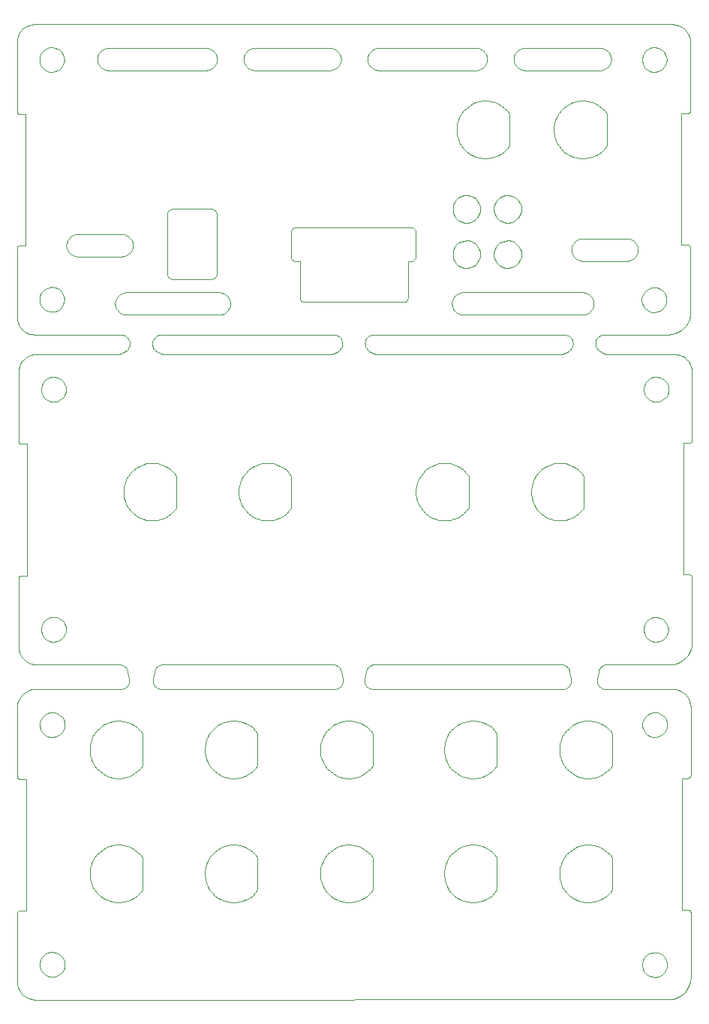
<source format=gko>
%MOIN*%
%OFA0B0*%
%FSLAX44Y44*%
%IPPOS*%
%LPD*%
%ADD10C,0*%
D10*
X00025126Y00030402D02*
X00025126Y00030402D01*
X00019811Y00030402D01*
X00019702Y00030415D01*
X00019598Y00030451D01*
X00019504Y00030510D01*
X00019426Y00030588D01*
X00019368Y00030681D01*
X00019331Y00030785D01*
X00019319Y00030895D01*
X00019331Y00031004D01*
X00019368Y00031108D01*
X00019426Y00031201D01*
X00019504Y00031279D01*
X00019598Y00031338D01*
X00019702Y00031374D01*
X00019811Y00031387D01*
X00025126Y00031387D01*
X00025236Y00031374D01*
X00025340Y00031338D01*
X00025433Y00031279D01*
X00025511Y00031201D01*
X00025569Y00031108D01*
X00025606Y00031004D01*
X00025618Y00030895D01*
X00025606Y00030785D01*
X00025569Y00030681D01*
X00025511Y00030588D01*
X00025433Y00030510D01*
X00025340Y00030451D01*
X00025236Y00030415D01*
X00025126Y00030402D01*
X00008984Y00030402D02*
X00008984Y00030402D01*
X00004850Y00030402D01*
X00004741Y00030415D01*
X00004637Y00030451D01*
X00004544Y00030510D01*
X00004466Y00030588D01*
X00004407Y00030681D01*
X00004371Y00030785D01*
X00004358Y00030895D01*
X00004371Y00031004D01*
X00004407Y00031108D01*
X00004466Y00031201D01*
X00004544Y00031279D01*
X00004637Y00031338D01*
X00004741Y00031374D01*
X00004850Y00031387D01*
X00008984Y00031387D01*
X00009094Y00031374D01*
X00009198Y00031338D01*
X00009291Y00031279D01*
X00009369Y00031201D01*
X00009428Y00031108D01*
X00009464Y00031004D01*
X00009476Y00030895D01*
X00009464Y00030785D01*
X00009428Y00030681D01*
X00009369Y00030588D01*
X00009291Y00030510D01*
X00009198Y00030451D01*
X00009094Y00030415D01*
X00008984Y00030402D01*
X00028339Y00030511D02*
X00028339Y00030511D01*
X00028220Y00030518D01*
X00028105Y00030550D01*
X00028000Y00030605D01*
X00027909Y00030683D01*
X00027837Y00030777D01*
X00027787Y00030886D01*
X00027761Y00031002D01*
X00027761Y00031121D01*
X00027787Y00031238D01*
X00027837Y00031346D01*
X00027909Y00031441D01*
X00028000Y00031518D01*
X00028105Y00031574D01*
X00028220Y00031606D01*
X00028339Y00031612D01*
X00028456Y00031593D01*
X00028567Y00031549D01*
X00028666Y00031482D01*
X00028748Y00031395D01*
X00028809Y00031293D01*
X00028847Y00031180D01*
X00028860Y00031062D01*
X00028847Y00030943D01*
X00028809Y00030830D01*
X00028748Y00030728D01*
X00028666Y00030642D01*
X00028567Y00030575D01*
X00028456Y00030531D01*
X00028339Y00030511D01*
X00001577Y00030521D02*
X00001577Y00030521D01*
X00001458Y00030527D01*
X00001343Y00030559D01*
X00001238Y00030615D01*
X00001147Y00030692D01*
X00001075Y00030787D01*
X00001025Y00030895D01*
X00000999Y00031011D01*
X00000999Y00031131D01*
X00001025Y00031247D01*
X00001075Y00031355D01*
X00001147Y00031450D01*
X00001238Y00031527D01*
X00001343Y00031583D01*
X00001458Y00031615D01*
X00001577Y00031621D01*
X00001694Y00031602D01*
X00001805Y00031558D01*
X00001904Y00031491D01*
X00001986Y00031405D01*
X00002047Y00031302D01*
X00002085Y00031189D01*
X00002098Y00031071D01*
X00002085Y00030953D01*
X00002047Y00030840D01*
X00001986Y00030737D01*
X00001904Y00030651D01*
X00001805Y00030584D01*
X00001694Y00030540D01*
X00001577Y00030521D01*
X00021832Y00032473D02*
X00021832Y00032473D01*
X00021700Y00032480D01*
X00021573Y00032515D01*
X00021456Y00032577D01*
X00021356Y00032662D01*
X00021276Y00032768D01*
X00021221Y00032887D01*
X00021192Y00033016D01*
X00021192Y00033148D01*
X00021221Y00033277D01*
X00021276Y00033397D01*
X00021356Y00033502D01*
X00021456Y00033587D01*
X00021573Y00033649D01*
X00021700Y00033684D01*
X00021832Y00033691D01*
X00021962Y00033670D01*
X00022085Y00033621D01*
X00022194Y00033547D01*
X00022285Y00033451D01*
X00022353Y00033338D01*
X00022395Y00033213D01*
X00022409Y00033082D01*
X00022395Y00032951D01*
X00022353Y00032826D01*
X00022285Y00032713D01*
X00022194Y00032617D01*
X00022085Y00032543D01*
X00021962Y00032494D01*
X00021832Y00032473D01*
X00020002Y00032473D02*
X00020002Y00032473D01*
X00019870Y00032480D01*
X00019743Y00032515D01*
X00019626Y00032577D01*
X00019525Y00032662D01*
X00019446Y00032768D01*
X00019390Y00032887D01*
X00019362Y00033016D01*
X00019362Y00033148D01*
X00019390Y00033277D01*
X00019446Y00033397D01*
X00019525Y00033502D01*
X00019626Y00033587D01*
X00019743Y00033649D01*
X00019870Y00033684D01*
X00020002Y00033691D01*
X00020132Y00033670D01*
X00020254Y00033621D01*
X00020364Y00033547D01*
X00020454Y00033451D01*
X00020522Y00033338D01*
X00020564Y00033213D01*
X00020579Y00033082D01*
X00020564Y00032951D01*
X00020522Y00032826D01*
X00020454Y00032713D01*
X00020364Y00032617D01*
X00020254Y00032543D01*
X00020132Y00032494D01*
X00020002Y00032473D01*
X00027094Y00032784D02*
X00027094Y00032784D01*
X00025126Y00032784D01*
X00025016Y00032797D01*
X00024912Y00032833D01*
X00024819Y00032892D01*
X00024741Y00032970D01*
X00024683Y00033063D01*
X00024646Y00033167D01*
X00024634Y00033276D01*
X00024646Y00033386D01*
X00024683Y00033490D01*
X00024741Y00033583D01*
X00024819Y00033661D01*
X00024912Y00033720D01*
X00025016Y00033756D01*
X00025126Y00033769D01*
X00027094Y00033769D01*
X00027204Y00033756D01*
X00027308Y00033720D01*
X00027401Y00033661D01*
X00027479Y00033583D01*
X00027538Y00033490D01*
X00027574Y00033386D01*
X00027587Y00033276D01*
X00027574Y00033167D01*
X00027538Y00033063D01*
X00027479Y00032970D01*
X00027401Y00032892D01*
X00027308Y00032833D01*
X00027204Y00032797D01*
X00027094Y00032784D01*
X00004654Y00032981D02*
X00004654Y00032981D01*
X00002685Y00032981D01*
X00002576Y00032994D01*
X00002472Y00033030D01*
X00002378Y00033089D01*
X00002300Y00033166D01*
X00002242Y00033260D01*
X00002205Y00033364D01*
X00002193Y00033473D01*
X00002205Y00033583D01*
X00002242Y00033687D01*
X00002300Y00033780D01*
X00002378Y00033858D01*
X00002472Y00033917D01*
X00002576Y00033953D01*
X00002685Y00033965D01*
X00004654Y00033965D01*
X00004763Y00033953D01*
X00004867Y00033917D01*
X00004960Y00033858D01*
X00005038Y00033780D01*
X00005097Y00033687D01*
X00005133Y00033583D01*
X00005146Y00033473D01*
X00005133Y00033364D01*
X00005097Y00033260D01*
X00005038Y00033166D01*
X00004960Y00033089D01*
X00004867Y00033030D01*
X00004763Y00032994D01*
X00004654Y00032981D01*
X00012764Y00030956D02*
X00012764Y00030956D01*
X00012733Y00030959D01*
X00012703Y00030966D01*
X00012674Y00030978D01*
X00012648Y00030994D01*
X00012625Y00031014D01*
X00012604Y00031037D01*
X00012588Y00031064D01*
X00012577Y00031092D01*
X00012569Y00031122D01*
X00012567Y00031153D01*
X00012567Y00032775D01*
X00012370Y00032775D01*
X00012339Y00032777D01*
X00012309Y00032785D01*
X00012281Y00032796D01*
X00012254Y00032813D01*
X00012231Y00032833D01*
X00012211Y00032856D01*
X00012195Y00032883D01*
X00012183Y00032911D01*
X00012176Y00032941D01*
X00012173Y00032972D01*
X00012173Y00034066D01*
X00012176Y00034097D01*
X00012183Y00034127D01*
X00012195Y00034156D01*
X00012211Y00034182D01*
X00012231Y00034206D01*
X00012254Y00034226D01*
X00012281Y00034242D01*
X00012309Y00034254D01*
X00012339Y00034261D01*
X00012370Y00034263D01*
X00017508Y00034263D01*
X00017539Y00034261D01*
X00017569Y00034254D01*
X00017597Y00034242D01*
X00017624Y00034226D01*
X00017647Y00034206D01*
X00017667Y00034182D01*
X00017683Y00034156D01*
X00017695Y00034127D01*
X00017702Y00034097D01*
X00017705Y00034066D01*
X00017705Y00032972D01*
X00017702Y00032941D01*
X00017695Y00032911D01*
X00017683Y00032883D01*
X00017667Y00032856D01*
X00017647Y00032833D01*
X00017624Y00032813D01*
X00017597Y00032796D01*
X00017569Y00032785D01*
X00017539Y00032777D01*
X00017508Y00032775D01*
X00017370Y00032775D01*
X00017370Y00031153D01*
X00017368Y00031122D01*
X00017360Y00031092D01*
X00017349Y00031064D01*
X00017332Y00031037D01*
X00017312Y00031014D01*
X00017289Y00030994D01*
X00017263Y00030978D01*
X00017234Y00030966D01*
X00017204Y00030959D01*
X00017173Y00030956D01*
X00012764Y00030956D01*
X00008630Y00031980D02*
X00008630Y00031980D01*
X00006917Y00031980D01*
X00006880Y00031983D01*
X00006844Y00031991D01*
X00006810Y00032006D01*
X00006778Y00032025D01*
X00006750Y00032049D01*
X00006726Y00032077D01*
X00006707Y00032109D01*
X00006693Y00032143D01*
X00006684Y00032179D01*
X00006681Y00032216D01*
X00006681Y00034854D01*
X00006684Y00034891D01*
X00006692Y00034927D01*
X00006706Y00034961D01*
X00006726Y00034993D01*
X00006750Y00035021D01*
X00006778Y00035045D01*
X00006810Y00035065D01*
X00006844Y00035079D01*
X00006880Y00035088D01*
X00006917Y00035090D01*
X00008630Y00035090D01*
X00008670Y00035087D01*
X00008706Y00035078D01*
X00008739Y00035063D01*
X00008770Y00035044D01*
X00008798Y00035020D01*
X00008822Y00034992D01*
X00008841Y00034960D01*
X00008855Y00034926D01*
X00008863Y00034890D01*
X00008866Y00034854D01*
X00008866Y00032216D01*
X00008863Y00032179D01*
X00008854Y00032143D01*
X00008840Y00032109D01*
X00008821Y00032077D01*
X00008797Y00032049D01*
X00008768Y00032025D01*
X00008737Y00032006D01*
X00008703Y00031992D01*
X00008667Y00031983D01*
X00008630Y00031980D01*
X00008630Y00031980D01*
X00021832Y00034478D02*
X00021832Y00034478D01*
X00021700Y00034485D01*
X00021573Y00034521D01*
X00021457Y00034582D01*
X00021356Y00034668D01*
X00021276Y00034773D01*
X00021221Y00034893D01*
X00021193Y00035022D01*
X00021193Y00035153D01*
X00021221Y00035282D01*
X00021276Y00035402D01*
X00021356Y00035507D01*
X00021457Y00035593D01*
X00021573Y00035654D01*
X00021700Y00035690D01*
X00021832Y00035697D01*
X00021962Y00035675D01*
X00022085Y00035627D01*
X00022194Y00035553D01*
X00022285Y00035457D01*
X00022353Y00035344D01*
X00022395Y00035219D01*
X00022409Y00035087D01*
X00022395Y00034956D01*
X00022353Y00034831D01*
X00022285Y00034718D01*
X00022194Y00034622D01*
X00022085Y00034548D01*
X00021962Y00034499D01*
X00021832Y00034478D01*
X00020002Y00034478D02*
X00020002Y00034478D01*
X00019870Y00034485D01*
X00019743Y00034521D01*
X00019626Y00034582D01*
X00019525Y00034668D01*
X00019446Y00034773D01*
X00019390Y00034893D01*
X00019362Y00035022D01*
X00019362Y00035153D01*
X00019390Y00035282D01*
X00019446Y00035402D01*
X00019525Y00035507D01*
X00019626Y00035593D01*
X00019743Y00035654D01*
X00019870Y00035690D01*
X00020002Y00035697D01*
X00020132Y00035675D01*
X00020254Y00035627D01*
X00020364Y00035553D01*
X00020454Y00035457D01*
X00020522Y00035344D01*
X00020564Y00035219D01*
X00020579Y00035087D01*
X00020564Y00034956D01*
X00020522Y00034831D01*
X00020454Y00034718D01*
X00020364Y00034622D01*
X00020254Y00034548D01*
X00020132Y00034499D01*
X00020002Y00034478D01*
X00025220Y00037337D02*
X00025220Y00037337D01*
X00025052Y00037337D01*
X00024887Y00037359D01*
X00024725Y00037402D01*
X00024571Y00037466D01*
X00024426Y00037550D01*
X00024293Y00037652D01*
X00024175Y00037770D01*
X00024073Y00037903D01*
X00023989Y00038048D01*
X00023925Y00038203D01*
X00023882Y00038364D01*
X00023860Y00038530D01*
X00023860Y00038697D01*
X00023882Y00038863D01*
X00023925Y00039025D01*
X00023989Y00039179D01*
X00024073Y00039324D01*
X00024175Y00039457D01*
X00024293Y00039575D01*
X00024426Y00039677D01*
X00024571Y00039761D01*
X00024725Y00039825D01*
X00024887Y00039869D01*
X00025052Y00039891D01*
X00025220Y00039891D01*
X00025386Y00039869D01*
X00025547Y00039826D01*
X00025702Y00039762D01*
X00025847Y00039679D01*
X00025980Y00039577D01*
X00026098Y00039459D01*
X00026200Y00039326D01*
X00026200Y00037901D01*
X00026098Y00037769D01*
X00025980Y00037650D01*
X00025847Y00037549D01*
X00025702Y00037465D01*
X00025547Y00037401D01*
X00025386Y00037358D01*
X00025220Y00037337D01*
X00020889Y00037337D02*
X00020889Y00037337D01*
X00020722Y00037337D01*
X00020556Y00037359D01*
X00020394Y00037402D01*
X00020240Y00037466D01*
X00020095Y00037550D01*
X00019962Y00037652D01*
X00019844Y00037770D01*
X00019742Y00037903D01*
X00019659Y00038048D01*
X00019595Y00038203D01*
X00019551Y00038364D01*
X00019530Y00038530D01*
X00019530Y00038697D01*
X00019551Y00038863D01*
X00019595Y00039025D01*
X00019659Y00039179D01*
X00019742Y00039324D01*
X00019844Y00039457D01*
X00019962Y00039575D01*
X00020095Y00039677D01*
X00020240Y00039761D01*
X00020394Y00039825D01*
X00020556Y00039869D01*
X00020722Y00039891D01*
X00020889Y00039891D01*
X00021055Y00039869D01*
X00021217Y00039826D01*
X00021371Y00039762D01*
X00021516Y00039679D01*
X00021649Y00039577D01*
X00021768Y00039459D01*
X00021870Y00039326D01*
X00021870Y00037901D01*
X00021768Y00037769D01*
X00021649Y00037650D01*
X00021516Y00037549D01*
X00021371Y00037465D01*
X00021217Y00037401D01*
X00021055Y00037358D01*
X00020889Y00037337D01*
X00013906Y00041249D02*
X00013906Y00041249D01*
X00010559Y00041249D01*
X00010450Y00041261D01*
X00010346Y00041298D01*
X00010252Y00041356D01*
X00010174Y00041434D01*
X00010116Y00041528D01*
X00010079Y00041632D01*
X00010067Y00041741D01*
X00010079Y00041851D01*
X00010116Y00041955D01*
X00010174Y00042048D01*
X00010252Y00042126D01*
X00010346Y00042184D01*
X00010450Y00042221D01*
X00010559Y00042233D01*
X00013906Y00042233D01*
X00014015Y00042221D01*
X00014119Y00042184D01*
X00014212Y00042126D01*
X00014290Y00042048D01*
X00014349Y00041955D01*
X00014385Y00041851D01*
X00014398Y00041741D01*
X00014385Y00041632D01*
X00014349Y00041528D01*
X00014290Y00041434D01*
X00014212Y00041356D01*
X00014119Y00041298D01*
X00014015Y00041261D01*
X00013906Y00041249D01*
X00008394Y00041249D02*
X00008394Y00041249D01*
X00004063Y00041249D01*
X00003953Y00041261D01*
X00003849Y00041298D01*
X00003756Y00041356D01*
X00003678Y00041434D01*
X00003620Y00041528D01*
X00003583Y00041632D01*
X00003571Y00041741D01*
X00003583Y00041851D01*
X00003620Y00041955D01*
X00003678Y00042048D01*
X00003756Y00042126D01*
X00003849Y00042184D01*
X00003953Y00042221D01*
X00004063Y00042233D01*
X00008394Y00042233D01*
X00008503Y00042221D01*
X00008607Y00042184D01*
X00008701Y00042126D01*
X00008778Y00042048D01*
X00008837Y00041955D01*
X00008873Y00041851D01*
X00008886Y00041741D01*
X00008873Y00041632D01*
X00008837Y00041528D01*
X00008778Y00041434D01*
X00008701Y00041356D01*
X00008607Y00041298D01*
X00008503Y00041261D01*
X00008394Y00041249D01*
X00020402Y00041249D02*
X00020402Y00041249D01*
X00016071Y00041249D01*
X00015961Y00041261D01*
X00015857Y00041298D01*
X00015764Y00041356D01*
X00015686Y00041434D01*
X00015627Y00041528D01*
X00015591Y00041632D01*
X00015579Y00041741D01*
X00015591Y00041851D01*
X00015627Y00041955D01*
X00015686Y00042048D01*
X00015764Y00042126D01*
X00015857Y00042184D01*
X00015961Y00042221D01*
X00016071Y00042233D01*
X00020402Y00042233D01*
X00020511Y00042221D01*
X00020615Y00042184D01*
X00020708Y00042126D01*
X00020786Y00042048D01*
X00020845Y00041955D01*
X00020881Y00041851D01*
X00020894Y00041741D01*
X00020881Y00041632D01*
X00020845Y00041528D01*
X00020786Y00041434D01*
X00020708Y00041356D01*
X00020615Y00041298D01*
X00020511Y00041261D01*
X00020402Y00041249D01*
X00025913Y00041249D02*
X00025913Y00041249D01*
X00022567Y00041249D01*
X00022457Y00041261D01*
X00022353Y00041298D01*
X00022260Y00041356D01*
X00022182Y00041434D01*
X00022124Y00041528D01*
X00022087Y00041632D01*
X00022075Y00041741D01*
X00022087Y00041851D01*
X00022124Y00041955D01*
X00022182Y00042048D01*
X00022260Y00042126D01*
X00022353Y00042184D01*
X00022457Y00042221D01*
X00022567Y00042233D01*
X00025913Y00042233D01*
X00026023Y00042221D01*
X00026127Y00042184D01*
X00026220Y00042126D01*
X00026298Y00042048D01*
X00026357Y00041955D01*
X00026393Y00041851D01*
X00026406Y00041741D01*
X00026393Y00041632D01*
X00026357Y00041528D01*
X00026298Y00041434D01*
X00026220Y00041356D01*
X00026127Y00041298D01*
X00026023Y00041261D01*
X00025913Y00041249D01*
X00028348Y00041170D02*
X00028348Y00041170D01*
X00028229Y00041177D01*
X00028115Y00041209D01*
X00028009Y00041264D01*
X00027918Y00041342D01*
X00027846Y00041436D01*
X00027796Y00041545D01*
X00027771Y00041661D01*
X00027771Y00041780D01*
X00027796Y00041897D01*
X00027846Y00042005D01*
X00027918Y00042100D01*
X00028009Y00042177D01*
X00028115Y00042233D01*
X00028229Y00042265D01*
X00028348Y00042271D01*
X00028466Y00042252D01*
X00028577Y00042208D01*
X00028675Y00042141D01*
X00028757Y00042054D01*
X00028819Y00041952D01*
X00028857Y00041839D01*
X00028870Y00041721D01*
X00028857Y00041602D01*
X00028819Y00041489D01*
X00028757Y00041387D01*
X00028675Y00041301D01*
X00028577Y00041234D01*
X00028466Y00041190D01*
X00028348Y00041170D01*
X00001577Y00041170D02*
X00001577Y00041170D01*
X00001458Y00041177D01*
X00001343Y00041209D01*
X00001238Y00041264D01*
X00001147Y00041342D01*
X00001075Y00041436D01*
X00001025Y00041545D01*
X00000999Y00041661D01*
X00000999Y00041780D01*
X00001025Y00041897D01*
X00001075Y00042005D01*
X00001147Y00042100D01*
X00001238Y00042177D01*
X00001343Y00042233D01*
X00001458Y00042265D01*
X00001577Y00042271D01*
X00001694Y00042252D01*
X00001805Y00042208D01*
X00001904Y00042141D01*
X00001986Y00042054D01*
X00002047Y00041952D01*
X00002085Y00041839D01*
X00002098Y00041721D01*
X00002085Y00041602D01*
X00002047Y00041489D01*
X00001986Y00041387D01*
X00001904Y00041301D01*
X00001805Y00041234D01*
X00001694Y00041190D01*
X00001577Y00041170D01*
X00028415Y00015866D02*
X00028415Y00015866D01*
X00028296Y00015873D01*
X00028181Y00015905D01*
X00028076Y00015961D01*
X00027985Y00016038D01*
X00027913Y00016133D01*
X00027863Y00016241D01*
X00027837Y00016357D01*
X00027837Y00016476D01*
X00027863Y00016593D01*
X00027913Y00016701D01*
X00027985Y00016796D01*
X00028076Y00016873D01*
X00028181Y00016929D01*
X00028296Y00016961D01*
X00028415Y00016967D01*
X00028533Y00016948D01*
X00028644Y00016904D01*
X00028742Y00016837D01*
X00028824Y00016750D01*
X00028886Y00016648D01*
X00028924Y00016535D01*
X00028937Y00016417D01*
X00028924Y00016298D01*
X00028886Y00016185D01*
X00028824Y00016083D01*
X00028742Y00015997D01*
X00028644Y00015930D01*
X00028533Y00015886D01*
X00028415Y00015866D01*
X00001653Y00015876D02*
X00001653Y00015876D01*
X00001534Y00015883D01*
X00001419Y00015915D01*
X00001314Y00015970D01*
X00001223Y00016048D01*
X00001151Y00016143D01*
X00001101Y00016251D01*
X00001076Y00016367D01*
X00001076Y00016486D01*
X00001101Y00016603D01*
X00001151Y00016711D01*
X00001223Y00016806D01*
X00001314Y00016883D01*
X00001419Y00016939D01*
X00001534Y00016971D01*
X00001653Y00016977D01*
X00001771Y00016958D01*
X00001882Y00016914D01*
X00001980Y00016847D01*
X00002062Y00016760D01*
X00002124Y00016658D01*
X00002162Y00016545D01*
X00002175Y00016427D01*
X00002162Y00016308D01*
X00002124Y00016195D01*
X00002062Y00016093D01*
X00001980Y00016007D01*
X00001882Y00015940D01*
X00001771Y00015896D01*
X00001653Y00015876D01*
X00019082Y00021254D02*
X00019082Y00021254D01*
X00018915Y00021254D01*
X00018749Y00021276D01*
X00018587Y00021319D01*
X00018433Y00021384D01*
X00018288Y00021467D01*
X00018155Y00021569D01*
X00018037Y00021688D01*
X00017935Y00021820D01*
X00017852Y00021965D01*
X00017788Y00022120D01*
X00017744Y00022281D01*
X00017722Y00022447D01*
X00017722Y00022615D01*
X00017744Y00022781D01*
X00017788Y00022942D01*
X00017852Y00023097D01*
X00017935Y00023242D01*
X00018037Y00023374D01*
X00018155Y00023493D01*
X00018288Y00023595D01*
X00018433Y00023678D01*
X00018587Y00023743D01*
X00018749Y00023786D01*
X00018915Y00023808D01*
X00019082Y00023808D01*
X00019248Y00023786D01*
X00019409Y00023743D01*
X00019564Y00023679D01*
X00019709Y00023596D01*
X00019842Y00023494D01*
X00019960Y00023376D01*
X00020062Y00023244D01*
X00020062Y00021818D01*
X00019960Y00021686D01*
X00019842Y00021568D01*
X00019709Y00021466D01*
X00019564Y00021383D01*
X00019409Y00021319D01*
X00019248Y00021276D01*
X00019082Y00021254D01*
X00024200Y00021254D02*
X00024200Y00021254D01*
X00024033Y00021254D01*
X00023867Y00021276D01*
X00023705Y00021319D01*
X00023551Y00021384D01*
X00023406Y00021467D01*
X00023273Y00021569D01*
X00023155Y00021688D01*
X00023053Y00021820D01*
X00022970Y00021965D01*
X00022906Y00022120D01*
X00022862Y00022281D01*
X00022841Y00022447D01*
X00022841Y00022615D01*
X00022862Y00022781D01*
X00022906Y00022942D01*
X00022970Y00023097D01*
X00023053Y00023242D01*
X00023155Y00023374D01*
X00023273Y00023493D01*
X00023406Y00023595D01*
X00023551Y00023678D01*
X00023705Y00023743D01*
X00023867Y00023786D01*
X00024033Y00023808D01*
X00024200Y00023808D01*
X00024366Y00023786D01*
X00024528Y00023743D01*
X00024682Y00023679D01*
X00024827Y00023596D01*
X00024960Y00023494D01*
X00025079Y00023376D01*
X00025181Y00023244D01*
X00025181Y00021818D01*
X00025079Y00021686D01*
X00024960Y00021568D01*
X00024827Y00021466D01*
X00024682Y00021383D01*
X00024528Y00021319D01*
X00024366Y00021276D01*
X00024200Y00021254D01*
X00006090Y00021254D02*
X00006090Y00021254D01*
X00005923Y00021254D01*
X00005757Y00021276D01*
X00005595Y00021319D01*
X00005441Y00021384D01*
X00005296Y00021467D01*
X00005163Y00021569D01*
X00005045Y00021688D01*
X00004943Y00021820D01*
X00004859Y00021965D01*
X00004795Y00022120D01*
X00004752Y00022281D01*
X00004730Y00022447D01*
X00004730Y00022615D01*
X00004752Y00022781D01*
X00004795Y00022942D01*
X00004859Y00023097D01*
X00004943Y00023242D01*
X00005045Y00023374D01*
X00005163Y00023493D01*
X00005296Y00023595D01*
X00005441Y00023678D01*
X00005595Y00023743D01*
X00005757Y00023786D01*
X00005923Y00023808D01*
X00006090Y00023808D01*
X00006256Y00023786D01*
X00006417Y00023743D01*
X00006572Y00023679D01*
X00006717Y00023596D01*
X00006850Y00023494D01*
X00006968Y00023376D01*
X00007070Y00023244D01*
X00007070Y00021818D01*
X00006968Y00021686D01*
X00006850Y00021568D01*
X00006717Y00021466D01*
X00006572Y00021383D01*
X00006417Y00021319D01*
X00006256Y00021276D01*
X00006090Y00021254D01*
X00011208Y00021254D02*
X00011208Y00021254D01*
X00011041Y00021254D01*
X00010875Y00021276D01*
X00010713Y00021319D01*
X00010559Y00021384D01*
X00010414Y00021467D01*
X00010281Y00021569D01*
X00010163Y00021688D01*
X00010061Y00021820D01*
X00009978Y00021965D01*
X00009914Y00022120D01*
X00009870Y00022281D01*
X00009848Y00022447D01*
X00009848Y00022615D01*
X00009870Y00022781D01*
X00009914Y00022942D01*
X00009978Y00023097D01*
X00010061Y00023242D01*
X00010163Y00023374D01*
X00010281Y00023493D01*
X00010414Y00023595D01*
X00010559Y00023678D01*
X00010713Y00023743D01*
X00010875Y00023786D01*
X00011041Y00023808D01*
X00011208Y00023808D01*
X00011374Y00023786D01*
X00011535Y00023743D01*
X00011690Y00023679D01*
X00011835Y00023596D01*
X00011968Y00023494D01*
X00012086Y00023376D01*
X00012188Y00023244D01*
X00012188Y00021818D01*
X00012086Y00021686D01*
X00011968Y00021568D01*
X00011835Y00021466D01*
X00011690Y00021383D01*
X00011535Y00021319D01*
X00011374Y00021276D01*
X00011208Y00021254D01*
X00028425Y00026526D02*
X00028425Y00026526D01*
X00028306Y00026532D01*
X00028191Y00026564D01*
X00028086Y00026620D01*
X00027995Y00026697D01*
X00027923Y00026792D01*
X00027873Y00026900D01*
X00027847Y00027017D01*
X00027847Y00027136D01*
X00027873Y00027252D01*
X00027923Y00027360D01*
X00027995Y00027455D01*
X00028086Y00027532D01*
X00028191Y00027588D01*
X00028306Y00027620D01*
X00028425Y00027627D01*
X00028543Y00027607D01*
X00028653Y00027563D01*
X00028752Y00027496D01*
X00028834Y00027410D01*
X00028895Y00027308D01*
X00028933Y00027195D01*
X00028946Y00027076D01*
X00028933Y00026958D01*
X00028895Y00026845D01*
X00028834Y00026743D01*
X00028752Y00026656D01*
X00028653Y00026589D01*
X00028543Y00026545D01*
X00028425Y00026526D01*
X00001653Y00026526D02*
X00001653Y00026526D01*
X00001534Y00026532D01*
X00001419Y00026564D01*
X00001314Y00026620D01*
X00001223Y00026697D01*
X00001151Y00026792D01*
X00001101Y00026900D01*
X00001076Y00027017D01*
X00001076Y00027136D01*
X00001101Y00027252D01*
X00001151Y00027360D01*
X00001223Y00027455D01*
X00001314Y00027532D01*
X00001419Y00027588D01*
X00001534Y00027620D01*
X00001653Y00027627D01*
X00001771Y00027607D01*
X00001882Y00027563D01*
X00001980Y00027496D01*
X00002062Y00027410D01*
X00002124Y00027308D01*
X00002162Y00027195D01*
X00002175Y00027076D01*
X00002162Y00026958D01*
X00002124Y00026845D01*
X00002062Y00026743D01*
X00001980Y00026656D01*
X00001882Y00026589D01*
X00001771Y00026545D01*
X00001653Y00026526D01*
X00028356Y00000985D02*
X00028356Y00000985D01*
X00028237Y00000991D01*
X00028122Y00001023D01*
X00028017Y00001079D01*
X00027926Y00001156D01*
X00027854Y00001251D01*
X00027804Y00001359D01*
X00027778Y00001475D01*
X00027778Y00001595D01*
X00027804Y00001711D01*
X00027854Y00001819D01*
X00027926Y00001914D01*
X00028017Y00001991D01*
X00028122Y00002047D01*
X00028237Y00002079D01*
X00028356Y00002085D01*
X00028474Y00002066D01*
X00028584Y00002022D01*
X00028683Y00001955D01*
X00028765Y00001868D01*
X00028827Y00001766D01*
X00028865Y00001653D01*
X00028877Y00001535D01*
X00028865Y00001416D01*
X00028827Y00001303D01*
X00028765Y00001201D01*
X00028683Y00001115D01*
X00028584Y00001048D01*
X00028474Y00001004D01*
X00028356Y00000985D01*
X00001594Y00000994D02*
X00001594Y00000994D01*
X00001475Y00001001D01*
X00001360Y00001033D01*
X00001255Y00001089D01*
X00001164Y00001166D01*
X00001092Y00001261D01*
X00001042Y00001369D01*
X00001017Y00001485D01*
X00001017Y00001604D01*
X00001042Y00001721D01*
X00001092Y00001829D01*
X00001164Y00001924D01*
X00001255Y00002001D01*
X00001360Y00002057D01*
X00001475Y00002089D01*
X00001594Y00002095D01*
X00001712Y00002076D01*
X00001823Y00002032D01*
X00001921Y00001965D01*
X00002003Y00001878D01*
X00002065Y00001776D01*
X00002103Y00001663D01*
X00002116Y00001545D01*
X00002103Y00001426D01*
X00002065Y00001313D01*
X00002003Y00001211D01*
X00001921Y00001125D01*
X00001823Y00001058D01*
X00001712Y00001014D01*
X00001594Y00000994D01*
X00009708Y00004301D02*
X00009708Y00004301D01*
X00009541Y00004301D01*
X00009375Y00004323D01*
X00009213Y00004367D01*
X00009059Y00004431D01*
X00008914Y00004515D01*
X00008781Y00004617D01*
X00008663Y00004735D01*
X00008561Y00004868D01*
X00008478Y00005013D01*
X00008414Y00005167D01*
X00008370Y00005329D01*
X00008348Y00005495D01*
X00008348Y00005662D01*
X00008370Y00005828D01*
X00008414Y00005989D01*
X00008478Y00006144D01*
X00008561Y00006289D01*
X00008663Y00006422D01*
X00008781Y00006540D01*
X00008914Y00006642D01*
X00009059Y00006726D01*
X00009213Y00006790D01*
X00009375Y00006833D01*
X00009541Y00006855D01*
X00009708Y00006855D01*
X00009874Y00006834D01*
X00010035Y00006791D01*
X00010190Y00006727D01*
X00010335Y00006643D01*
X00010468Y00006542D01*
X00010586Y00006423D01*
X00010688Y00006291D01*
X00010688Y00004866D01*
X00010586Y00004733D01*
X00010468Y00004615D01*
X00010335Y00004513D01*
X00010190Y00004430D01*
X00010035Y00004366D01*
X00009874Y00004323D01*
X00009708Y00004301D01*
X00025456Y00004301D02*
X00025456Y00004301D01*
X00025289Y00004301D01*
X00025123Y00004323D01*
X00024961Y00004367D01*
X00024807Y00004431D01*
X00024662Y00004515D01*
X00024529Y00004617D01*
X00024411Y00004735D01*
X00024309Y00004868D01*
X00024226Y00005013D01*
X00024162Y00005167D01*
X00024118Y00005329D01*
X00024097Y00005495D01*
X00024097Y00005662D01*
X00024118Y00005828D01*
X00024162Y00005989D01*
X00024226Y00006144D01*
X00024309Y00006289D01*
X00024411Y00006422D01*
X00024529Y00006540D01*
X00024662Y00006642D01*
X00024807Y00006726D01*
X00024961Y00006790D01*
X00025123Y00006833D01*
X00025289Y00006855D01*
X00025456Y00006855D01*
X00025622Y00006834D01*
X00025784Y00006791D01*
X00025938Y00006727D01*
X00026083Y00006643D01*
X00026216Y00006542D01*
X00026334Y00006423D01*
X00026437Y00006291D01*
X00026437Y00004866D01*
X00026334Y00004733D01*
X00026216Y00004615D01*
X00026083Y00004513D01*
X00025938Y00004430D01*
X00025784Y00004366D01*
X00025622Y00004323D01*
X00025456Y00004301D01*
X00004590Y00004301D02*
X00004590Y00004301D01*
X00004423Y00004301D01*
X00004257Y00004323D01*
X00004095Y00004367D01*
X00003941Y00004431D01*
X00003796Y00004515D01*
X00003663Y00004617D01*
X00003545Y00004735D01*
X00003443Y00004868D01*
X00003359Y00005013D01*
X00003295Y00005167D01*
X00003252Y00005329D01*
X00003230Y00005495D01*
X00003230Y00005662D01*
X00003252Y00005828D01*
X00003295Y00005989D01*
X00003359Y00006144D01*
X00003443Y00006289D01*
X00003545Y00006422D01*
X00003663Y00006540D01*
X00003796Y00006642D01*
X00003941Y00006726D01*
X00004095Y00006790D01*
X00004257Y00006833D01*
X00004423Y00006855D01*
X00004590Y00006855D01*
X00004756Y00006834D01*
X00004917Y00006791D01*
X00005072Y00006727D01*
X00005217Y00006643D01*
X00005350Y00006542D01*
X00005468Y00006423D01*
X00005570Y00006291D01*
X00005570Y00006291D01*
X00005570Y00004866D01*
X00005570Y00004866D01*
X00005468Y00004733D01*
X00005350Y00004615D01*
X00005217Y00004513D01*
X00005072Y00004430D01*
X00004917Y00004366D01*
X00004756Y00004323D01*
X00004590Y00004301D01*
X00014826Y00004301D02*
X00014826Y00004301D01*
X00014659Y00004301D01*
X00014493Y00004323D01*
X00014331Y00004367D01*
X00014177Y00004431D01*
X00014032Y00004515D01*
X00013899Y00004617D01*
X00013781Y00004735D01*
X00013679Y00004868D01*
X00013596Y00005013D01*
X00013532Y00005167D01*
X00013488Y00005329D01*
X00013467Y00005495D01*
X00013467Y00005662D01*
X00013488Y00005828D01*
X00013532Y00005989D01*
X00013596Y00006144D01*
X00013679Y00006289D01*
X00013781Y00006422D01*
X00013899Y00006540D01*
X00014032Y00006642D01*
X00014177Y00006726D01*
X00014331Y00006790D01*
X00014493Y00006833D01*
X00014659Y00006855D01*
X00014826Y00006855D01*
X00014992Y00006834D01*
X00015154Y00006791D01*
X00015308Y00006727D01*
X00015453Y00006643D01*
X00015586Y00006542D01*
X00015705Y00006423D01*
X00015807Y00006291D01*
X00015807Y00006291D01*
X00015807Y00004866D01*
X00015705Y00004733D01*
X00015586Y00004615D01*
X00015453Y00004513D01*
X00015308Y00004430D01*
X00015154Y00004366D01*
X00014992Y00004323D01*
X00014826Y00004301D01*
X00020338Y00004301D02*
X00020338Y00004301D01*
X00020171Y00004301D01*
X00020005Y00004323D01*
X00019843Y00004367D01*
X00019689Y00004431D01*
X00019544Y00004515D01*
X00019411Y00004617D01*
X00019293Y00004735D01*
X00019191Y00004868D01*
X00019107Y00005013D01*
X00019043Y00005167D01*
X00019000Y00005329D01*
X00018978Y00005495D01*
X00018978Y00005662D01*
X00019000Y00005828D01*
X00019043Y00005989D01*
X00019107Y00006144D01*
X00019191Y00006289D01*
X00019293Y00006422D01*
X00019411Y00006540D01*
X00019544Y00006642D01*
X00019689Y00006726D01*
X00019843Y00006790D01*
X00020005Y00006833D01*
X00020171Y00006855D01*
X00020338Y00006855D01*
X00020504Y00006834D01*
X00020665Y00006791D01*
X00020820Y00006727D01*
X00020965Y00006643D01*
X00021098Y00006542D01*
X00021216Y00006423D01*
X00021318Y00006291D01*
X00021318Y00006291D01*
X00021318Y00004866D01*
X00021216Y00004733D01*
X00021098Y00004615D01*
X00020965Y00004513D01*
X00020820Y00004430D01*
X00020665Y00004366D01*
X00020504Y00004323D01*
X00020338Y00004301D01*
X00004590Y00009813D02*
X00004590Y00009813D01*
X00004423Y00009813D01*
X00004257Y00009835D01*
X00004095Y00009879D01*
X00003941Y00009943D01*
X00003796Y00010026D01*
X00003663Y00010128D01*
X00003545Y00010247D01*
X00003443Y00010379D01*
X00003359Y00010524D01*
X00003295Y00010679D01*
X00003252Y00010841D01*
X00003230Y00011006D01*
X00003230Y00011174D01*
X00003252Y00011340D01*
X00003295Y00011501D01*
X00003359Y00011656D01*
X00003443Y00011801D01*
X00003545Y00011933D01*
X00003663Y00012052D01*
X00003796Y00012154D01*
X00003941Y00012237D01*
X00004095Y00012302D01*
X00004257Y00012345D01*
X00004423Y00012367D01*
X00004590Y00012367D01*
X00004756Y00012345D01*
X00004917Y00012302D01*
X00005072Y00012239D01*
X00005217Y00012155D01*
X00005350Y00012053D01*
X00005468Y00011935D01*
X00005570Y00011803D01*
X00005570Y00010377D01*
X00005570Y00010377D01*
X00005468Y00010245D01*
X00005350Y00010127D01*
X00005217Y00010025D01*
X00005072Y00009942D01*
X00004917Y00009878D01*
X00004756Y00009835D01*
X00004590Y00009813D01*
X00009708Y00009813D02*
X00009708Y00009813D01*
X00009541Y00009813D01*
X00009375Y00009835D01*
X00009213Y00009879D01*
X00009059Y00009943D01*
X00008914Y00010026D01*
X00008781Y00010128D01*
X00008663Y00010247D01*
X00008561Y00010379D01*
X00008478Y00010524D01*
X00008414Y00010679D01*
X00008370Y00010841D01*
X00008348Y00011006D01*
X00008348Y00011174D01*
X00008370Y00011340D01*
X00008414Y00011501D01*
X00008478Y00011656D01*
X00008561Y00011801D01*
X00008663Y00011933D01*
X00008781Y00012052D01*
X00008914Y00012154D01*
X00009059Y00012237D01*
X00009213Y00012302D01*
X00009375Y00012345D01*
X00009541Y00012367D01*
X00009708Y00012367D01*
X00009874Y00012345D01*
X00010035Y00012302D01*
X00010190Y00012239D01*
X00010335Y00012155D01*
X00010468Y00012053D01*
X00010586Y00011935D01*
X00010688Y00011803D01*
X00010688Y00010377D01*
X00010586Y00010245D01*
X00010468Y00010127D01*
X00010335Y00010025D01*
X00010190Y00009942D01*
X00010035Y00009878D01*
X00009874Y00009835D01*
X00009708Y00009813D01*
X00014826Y00009813D02*
X00014826Y00009813D01*
X00014659Y00009813D01*
X00014493Y00009835D01*
X00014331Y00009879D01*
X00014177Y00009943D01*
X00014032Y00010026D01*
X00013899Y00010128D01*
X00013781Y00010247D01*
X00013679Y00010379D01*
X00013596Y00010524D01*
X00013532Y00010679D01*
X00013488Y00010841D01*
X00013467Y00011006D01*
X00013467Y00011174D01*
X00013488Y00011340D01*
X00013532Y00011501D01*
X00013596Y00011656D01*
X00013679Y00011801D01*
X00013781Y00011933D01*
X00013899Y00012052D01*
X00014032Y00012154D01*
X00014177Y00012237D01*
X00014331Y00012302D01*
X00014493Y00012345D01*
X00014659Y00012367D01*
X00014826Y00012367D01*
X00014992Y00012345D01*
X00015154Y00012302D01*
X00015308Y00012239D01*
X00015453Y00012155D01*
X00015586Y00012053D01*
X00015705Y00011935D01*
X00015807Y00011803D01*
X00015807Y00010377D01*
X00015705Y00010245D01*
X00015586Y00010127D01*
X00015453Y00010025D01*
X00015308Y00009942D01*
X00015154Y00009878D01*
X00014992Y00009835D01*
X00014826Y00009813D01*
X00020338Y00009813D02*
X00020338Y00009813D01*
X00020171Y00009813D01*
X00020005Y00009835D01*
X00019843Y00009879D01*
X00019689Y00009943D01*
X00019544Y00010026D01*
X00019411Y00010128D01*
X00019293Y00010247D01*
X00019191Y00010379D01*
X00019107Y00010524D01*
X00019043Y00010679D01*
X00019000Y00010841D01*
X00018978Y00011006D01*
X00018978Y00011174D01*
X00019000Y00011340D01*
X00019043Y00011501D01*
X00019107Y00011656D01*
X00019191Y00011801D01*
X00019293Y00011933D01*
X00019411Y00012052D01*
X00019544Y00012154D01*
X00019689Y00012237D01*
X00019843Y00012302D01*
X00020005Y00012345D01*
X00020171Y00012367D01*
X00020338Y00012367D01*
X00020504Y00012345D01*
X00020665Y00012302D01*
X00020820Y00012239D01*
X00020965Y00012155D01*
X00021098Y00012053D01*
X00021216Y00011935D01*
X00021318Y00011803D01*
X00021318Y00010377D01*
X00021216Y00010245D01*
X00021098Y00010127D01*
X00020965Y00010025D01*
X00020820Y00009942D01*
X00020665Y00009878D01*
X00020504Y00009835D01*
X00020338Y00009813D01*
X00025456Y00009813D02*
X00025456Y00009813D01*
X00025289Y00009813D01*
X00025123Y00009835D01*
X00024961Y00009879D01*
X00024807Y00009943D01*
X00024662Y00010026D01*
X00024529Y00010128D01*
X00024411Y00010247D01*
X00024309Y00010379D01*
X00024226Y00010524D01*
X00024162Y00010679D01*
X00024118Y00010841D01*
X00024097Y00011006D01*
X00024097Y00011174D01*
X00024118Y00011340D01*
X00024162Y00011501D01*
X00024226Y00011656D01*
X00024309Y00011801D01*
X00024411Y00011933D01*
X00024529Y00012052D01*
X00024662Y00012154D01*
X00024807Y00012237D01*
X00024961Y00012302D01*
X00025123Y00012345D01*
X00025289Y00012367D01*
X00025456Y00012367D01*
X00025622Y00012345D01*
X00025784Y00012302D01*
X00025938Y00012239D01*
X00026083Y00012155D01*
X00026216Y00012053D01*
X00026334Y00011935D01*
X00026437Y00011803D01*
X00026437Y00010377D01*
X00026334Y00010245D01*
X00026216Y00010127D01*
X00026083Y00010025D01*
X00025938Y00009942D01*
X00025784Y00009878D01*
X00025622Y00009835D01*
X00025456Y00009813D01*
X00028366Y00011644D02*
X00028366Y00011644D01*
X00028247Y00011650D01*
X00028132Y00011682D01*
X00028027Y00011738D01*
X00027936Y00011815D01*
X00027864Y00011910D01*
X00027814Y00012018D01*
X00027788Y00012135D01*
X00027788Y00012254D01*
X00027814Y00012370D01*
X00027864Y00012479D01*
X00027936Y00012573D01*
X00028027Y00012651D01*
X00028132Y00012706D01*
X00028247Y00012738D01*
X00028366Y00012745D01*
X00028484Y00012725D01*
X00028594Y00012681D01*
X00028693Y00012614D01*
X00028775Y00012528D01*
X00028836Y00012426D01*
X00028874Y00012313D01*
X00028887Y00012194D01*
X00028874Y00012076D01*
X00028836Y00011963D01*
X00028775Y00011861D01*
X00028693Y00011774D01*
X00028594Y00011707D01*
X00028484Y00011663D01*
X00028366Y00011644D01*
X00001594Y00011644D02*
X00001594Y00011644D01*
X00001475Y00011650D01*
X00001360Y00011682D01*
X00001255Y00011738D01*
X00001164Y00011815D01*
X00001092Y00011910D01*
X00001042Y00012018D01*
X00001017Y00012135D01*
X00001017Y00012254D01*
X00001042Y00012370D01*
X00001092Y00012479D01*
X00001164Y00012573D01*
X00001255Y00012651D01*
X00001360Y00012706D01*
X00001475Y00012738D01*
X00001594Y00012745D01*
X00001712Y00012725D01*
X00001823Y00012681D01*
X00001921Y00012614D01*
X00002003Y00012528D01*
X00002065Y00012426D01*
X00002103Y00012313D01*
X00002116Y00012194D01*
X00002103Y00012076D01*
X00002065Y00011963D01*
X00002003Y00011861D01*
X00001921Y00011774D01*
X00001823Y00011707D01*
X00001712Y00011663D01*
X00001594Y00011644D01*
X00014087Y00013763D02*
X00014087Y00013763D01*
X00006432Y00013763D01*
X00006397Y00013765D01*
X00006363Y00013769D01*
X00006329Y00013777D01*
X00006296Y00013788D01*
X00006263Y00013801D01*
X00006233Y00013817D01*
X00006203Y00013836D01*
X00006176Y00013858D01*
X00006151Y00013882D01*
X00006127Y00013908D01*
X00006107Y00013935D01*
X00006088Y00013965D01*
X00006073Y00013996D01*
X00006060Y00014028D01*
X00006050Y00014062D01*
X00006043Y00014096D01*
X00006039Y00014131D01*
X00006038Y00014165D01*
X00006041Y00014200D01*
X00006046Y00014235D01*
X00006109Y00014550D01*
X00006116Y00014577D01*
X00006124Y00014602D01*
X00006133Y00014628D01*
X00006145Y00014652D01*
X00006158Y00014676D01*
X00006173Y00014698D01*
X00006189Y00014720D01*
X00006207Y00014740D01*
X00006226Y00014759D01*
X00006246Y00014777D01*
X00006267Y00014794D01*
X00006290Y00014809D01*
X00006313Y00014822D01*
X00006338Y00014834D01*
X00006363Y00014843D01*
X00006389Y00014852D01*
X00006415Y00014858D01*
X00006441Y00014863D01*
X00006468Y00014865D01*
X00006495Y00014866D01*
X00014021Y00014867D01*
X00014048Y00014867D01*
X00014075Y00014864D01*
X00014101Y00014859D01*
X00014127Y00014853D01*
X00014153Y00014845D01*
X00014178Y00014835D01*
X00014202Y00014823D01*
X00014225Y00014810D01*
X00014248Y00014795D01*
X00014269Y00014779D01*
X00014290Y00014762D01*
X00014309Y00014743D01*
X00014326Y00014722D01*
X00014343Y00014701D01*
X00014357Y00014678D01*
X00014371Y00014655D01*
X00014382Y00014631D01*
X00014392Y00014606D01*
X00014400Y00014580D01*
X00014406Y00014554D01*
X00014472Y00014237D01*
X00014478Y00014203D01*
X00014481Y00014168D01*
X00014480Y00014133D01*
X00014476Y00014098D01*
X00014470Y00014064D01*
X00014460Y00014030D01*
X00014447Y00013998D01*
X00014432Y00013966D01*
X00014413Y00013937D01*
X00014392Y00013909D01*
X00014369Y00013882D01*
X00014344Y00013859D01*
X00014316Y00013837D01*
X00014287Y00013818D01*
X00014256Y00013801D01*
X00014224Y00013788D01*
X00014191Y00013777D01*
X00014157Y00013769D01*
X00014122Y00013765D01*
X00014087Y00013763D01*
X00015833Y00013763D02*
X00015833Y00013763D01*
X00015798Y00013765D01*
X00015764Y00013769D01*
X00015730Y00013777D01*
X00015696Y00013788D01*
X00015664Y00013801D01*
X00015633Y00013818D01*
X00015604Y00013837D01*
X00015577Y00013859D01*
X00015551Y00013882D01*
X00015528Y00013909D01*
X00015507Y00013937D01*
X00015489Y00013966D01*
X00015473Y00013998D01*
X00015461Y00014030D01*
X00015451Y00014064D01*
X00015444Y00014098D01*
X00015440Y00014133D01*
X00015440Y00014168D01*
X00015442Y00014203D01*
X00015448Y00014237D01*
X00015514Y00014554D01*
X00015520Y00014580D01*
X00015528Y00014606D01*
X00015538Y00014631D01*
X00015550Y00014655D01*
X00015563Y00014679D01*
X00015578Y00014701D01*
X00015594Y00014723D01*
X00015612Y00014743D01*
X00015631Y00014762D01*
X00015651Y00014779D01*
X00015672Y00014796D01*
X00015695Y00014810D01*
X00015718Y00014824D01*
X00015742Y00014835D01*
X00015767Y00014845D01*
X00015793Y00014853D01*
X00015819Y00014860D01*
X00015846Y00014864D01*
X00015872Y00014867D01*
X00015899Y00014868D01*
X00024170Y00014869D01*
X00024197Y00014868D01*
X00024224Y00014865D01*
X00024251Y00014860D01*
X00024277Y00014854D01*
X00024303Y00014845D01*
X00024329Y00014835D01*
X00024353Y00014823D01*
X00024377Y00014810D01*
X00024400Y00014795D01*
X00024421Y00014778D01*
X00024442Y00014760D01*
X00024461Y00014740D01*
X00024478Y00014720D01*
X00024495Y00014698D01*
X00024509Y00014675D01*
X00024522Y00014651D01*
X00024533Y00014626D01*
X00024543Y00014600D01*
X00024551Y00014574D01*
X00024557Y00014547D01*
X00024616Y00014229D01*
X00024621Y00014195D01*
X00024623Y00014160D01*
X00024621Y00014126D01*
X00024617Y00014092D01*
X00024610Y00014058D01*
X00024600Y00014025D01*
X00024587Y00013993D01*
X00024571Y00013962D01*
X00024553Y00013933D01*
X00024532Y00013905D01*
X00024508Y00013880D01*
X00024483Y00013856D01*
X00024456Y00013835D01*
X00024427Y00013817D01*
X00024396Y00013801D01*
X00024364Y00013787D01*
X00024331Y00013777D01*
X00024298Y00013769D01*
X00024263Y00013765D01*
X00024229Y00013763D01*
X00015833Y00013763D01*
X00004527Y00014866D02*
X00004527Y00014866D01*
X00004554Y00014865D01*
X00004581Y00014862D01*
X00004608Y00014858D01*
X00004634Y00014851D01*
X00004660Y00014843D01*
X00004685Y00014833D01*
X00004709Y00014822D01*
X00004733Y00014808D01*
X00004755Y00014793D01*
X00004777Y00014777D01*
X00004797Y00014759D01*
X00004816Y00014740D01*
X00004834Y00014720D01*
X00004850Y00014698D01*
X00004865Y00014675D01*
X00004878Y00014652D01*
X00004889Y00014627D01*
X00004899Y00014602D01*
X00004907Y00014576D01*
X00004913Y00014550D01*
X00004977Y00014235D01*
X00004982Y00014200D01*
X00004984Y00014165D01*
X00004983Y00014131D01*
X00004980Y00014096D01*
X00004973Y00014062D01*
X00004963Y00014029D01*
X00004950Y00013996D01*
X00004934Y00013965D01*
X00004916Y00013935D01*
X00004895Y00013908D01*
X00004872Y00013882D01*
X00004847Y00013858D01*
X00004819Y00013836D01*
X00004790Y00013817D01*
X00004759Y00013801D01*
X00004727Y00013788D01*
X00004694Y00013777D01*
X00004660Y00013769D01*
X00004625Y00013765D01*
X00004591Y00013763D01*
X00000799Y00013763D01*
X00000676Y00013754D01*
X00000555Y00013725D01*
X00000441Y00013677D01*
X00000336Y00013613D01*
X00000242Y00013533D01*
X00000162Y00013439D01*
X00000097Y00013333D01*
X00000050Y00013219D01*
X00000021Y00013099D01*
X00000011Y00012976D01*
X00000011Y00009897D01*
X00000011Y00009897D01*
X00000013Y00009879D01*
X00000017Y00009861D01*
X00000024Y00009844D01*
X00000034Y00009828D01*
X00000046Y00009814D01*
X00000060Y00009802D01*
X00000076Y00009792D01*
X00000093Y00009785D01*
X00000111Y00009780D01*
X00000129Y00009779D01*
X00000401Y00009779D01*
X00000401Y00003937D01*
X00000129Y00003937D01*
X00000111Y00003935D01*
X00000093Y00003931D01*
X00000076Y00003924D01*
X00000060Y00003914D01*
X00000046Y00003902D01*
X00000034Y00003888D01*
X00000024Y00003872D01*
X00000017Y00003855D01*
X00000013Y00003837D01*
X00000011Y00003818D01*
X00000011Y00000771D01*
X00000011Y00000771D01*
X00000021Y00000648D01*
X00000050Y00000528D01*
X00000097Y00000414D01*
X00000162Y00000308D01*
X00000242Y00000214D01*
X00000336Y00000134D01*
X00000441Y00000070D01*
X00000555Y00000022D01*
X00000676Y-00000006D01*
X00000799Y-00000015D01*
X00028948Y-00000011D01*
X00029102Y00000000D01*
X00029251Y00000036D01*
X00029393Y00000095D01*
X00029525Y00000175D01*
X00029642Y00000275D01*
X00029741Y00000392D01*
X00029822Y00000523D01*
X00029881Y00000665D01*
X00029917Y00000815D01*
X00029929Y00000968D01*
X00029929Y00003858D01*
X00029927Y00003876D01*
X00029923Y00003894D01*
X00029916Y00003911D01*
X00029906Y00003927D01*
X00029894Y00003941D01*
X00029880Y00003953D01*
X00029864Y00003963D01*
X00029847Y00003970D01*
X00029829Y00003974D01*
X00029811Y00003976D01*
X00029539Y00003976D01*
X00029539Y00009818D01*
X00029811Y00009818D01*
X00029829Y00009820D01*
X00029847Y00009824D01*
X00029864Y00009831D01*
X00029880Y00009841D01*
X00029894Y00009853D01*
X00029906Y00009867D01*
X00029916Y00009883D01*
X00029923Y00009900D01*
X00029927Y00009918D01*
X00029929Y00009937D01*
X00029929Y00012976D01*
X00029919Y00013099D01*
X00029890Y00013219D01*
X00029843Y00013333D01*
X00029778Y00013439D01*
X00029698Y00013533D01*
X00029604Y00013613D01*
X00029499Y00013677D01*
X00029385Y00013725D01*
X00029264Y00013754D01*
X00029141Y00013763D01*
X00026164Y00013763D01*
X00026129Y00013765D01*
X00026095Y00013769D01*
X00026061Y00013777D01*
X00026028Y00013787D01*
X00025997Y00013801D01*
X00025966Y00013817D01*
X00025937Y00013835D01*
X00025910Y00013856D01*
X00025884Y00013880D01*
X00025861Y00013905D01*
X00025840Y00013933D01*
X00025822Y00013962D01*
X00025806Y00013993D01*
X00025793Y00014025D01*
X00025783Y00014058D01*
X00025776Y00014092D01*
X00025771Y00014126D01*
X00025770Y00014160D01*
X00025772Y00014195D01*
X00025777Y00014229D01*
X00025836Y00014547D01*
X00025842Y00014574D01*
X00025850Y00014600D01*
X00025859Y00014626D01*
X00025870Y00014651D01*
X00025883Y00014675D01*
X00025898Y00014698D01*
X00025914Y00014720D01*
X00025932Y00014741D01*
X00025951Y00014760D01*
X00025971Y00014778D01*
X00025993Y00014795D01*
X00026016Y00014810D01*
X00026039Y00014824D01*
X00026064Y00014836D01*
X00026089Y00014846D01*
X00026115Y00014854D01*
X00026142Y00014861D01*
X00026169Y00014865D01*
X00026196Y00014868D01*
X00026223Y00014869D01*
X00029007Y00014870D01*
X00029161Y00014882D01*
X00029310Y00014918D01*
X00029452Y00014976D01*
X00029584Y00015057D01*
X00029701Y00015157D01*
X00029800Y00015274D01*
X00029881Y00015405D01*
X00029940Y00015547D01*
X00029976Y00015697D01*
X00029988Y00015850D01*
X00029988Y00018740D01*
X00029986Y00018758D01*
X00029982Y00018776D01*
X00029975Y00018793D01*
X00029965Y00018809D01*
X00029953Y00018823D01*
X00029939Y00018835D01*
X00029923Y00018845D01*
X00029906Y00018852D01*
X00029888Y00018856D01*
X00029870Y00018858D01*
X00029598Y00018858D01*
X00029598Y00024700D01*
X00029870Y00024700D01*
X00029888Y00024702D01*
X00029906Y00024706D01*
X00029923Y00024713D01*
X00029939Y00024723D01*
X00029953Y00024735D01*
X00029965Y00024749D01*
X00029975Y00024765D01*
X00029982Y00024782D01*
X00029986Y00024800D01*
X00029988Y00024818D01*
X00029988Y00027858D01*
X00029978Y00027981D01*
X00029949Y00028101D01*
X00029902Y00028215D01*
X00029837Y00028321D01*
X00029757Y00028415D01*
X00029663Y00028495D01*
X00029558Y00028559D01*
X00029444Y00028607D01*
X00029323Y00028635D01*
X00029200Y00028645D01*
X00026219Y00028645D01*
X00026208Y00028645D01*
X00026197Y00028646D01*
X00026186Y00028647D01*
X00026175Y00028648D01*
X00026164Y00028649D01*
X00026153Y00028651D01*
X00026142Y00028653D01*
X00026131Y00028655D01*
X00026121Y00028658D01*
X00026110Y00028660D01*
X00026100Y00028664D01*
X00026089Y00028667D01*
X00026079Y00028671D01*
X00026069Y00028675D01*
X00026058Y00028679D01*
X00026048Y00028684D01*
X00026039Y00028689D01*
X00026029Y00028694D01*
X00026019Y00028699D01*
X00026010Y00028705D01*
X00025880Y00028786D01*
X00025839Y00028816D01*
X00025802Y00028850D01*
X00025770Y00028890D01*
X00025743Y00028933D01*
X00025722Y00028979D01*
X00025706Y00029027D01*
X00025698Y00029077D01*
X00025696Y00029128D01*
X00025700Y00029179D01*
X00025711Y00029228D01*
X00025728Y00029276D01*
X00025751Y00029321D01*
X00025780Y00029363D01*
X00025814Y00029401D01*
X00025852Y00029434D01*
X00025895Y00029462D01*
X00025940Y00029484D01*
X00025989Y00029500D01*
X00026038Y00029510D01*
X00026089Y00029514D01*
X00028931Y00029514D01*
X00029084Y00029526D01*
X00029234Y00029562D01*
X00029376Y00029621D01*
X00029507Y00029701D01*
X00029624Y00029801D01*
X00029724Y00029918D01*
X00029804Y00030049D01*
X00029863Y00030191D01*
X00029899Y00030341D01*
X00029911Y00030494D01*
X00029911Y00033384D01*
X00029910Y00033402D01*
X00029905Y00033421D01*
X00029898Y00033438D01*
X00029888Y00033453D01*
X00029876Y00033468D01*
X00029862Y00033480D01*
X00029847Y00033489D01*
X00029829Y00033496D01*
X00029811Y00033501D01*
X00029793Y00033502D01*
X00029521Y00033502D01*
X00029521Y00039345D01*
X00029793Y00039345D01*
X00029811Y00039346D01*
X00029829Y00039350D01*
X00029847Y00039358D01*
X00029862Y00039367D01*
X00029876Y00039379D01*
X00029888Y00039393D01*
X00029898Y00039409D01*
X00029905Y00039426D01*
X00029910Y00039444D01*
X00029911Y00039463D01*
X00029911Y00042502D01*
X00029901Y00042625D01*
X00029872Y00042745D01*
X00029825Y00042860D01*
X00029761Y00042965D01*
X00029680Y00043059D01*
X00029586Y00043139D01*
X00029481Y00043204D01*
X00029367Y00043251D01*
X00029247Y00043280D01*
X00029124Y00043290D01*
X00000781Y00043290D01*
X00000658Y00043280D01*
X00000538Y00043251D01*
X00000424Y00043204D01*
X00000318Y00043139D01*
X00000224Y00043059D01*
X00000144Y00042965D01*
X00000080Y00042860D01*
X00000032Y00042745D01*
X00000003Y00042625D01*
X-00000005Y00042502D01*
X-00000005Y00039423D01*
X-00000004Y00039405D01*
X00000000Y00039387D01*
X00000007Y00039370D01*
X00000016Y00039354D01*
X00000028Y00039340D01*
X00000042Y00039328D01*
X00000058Y00039318D01*
X00000075Y00039311D01*
X00000093Y00039307D01*
X00000112Y00039305D01*
X00000383Y00039305D01*
X00000383Y00033463D01*
X00000112Y00033463D01*
X00000093Y00033461D01*
X00000075Y00033457D01*
X00000058Y00033450D01*
X00000042Y00033440D01*
X00000028Y00033428D01*
X00000016Y00033414D01*
X00000007Y00033398D01*
X00000000Y00033381D01*
X-00000004Y00033363D01*
X-00000005Y00033345D01*
X-00000005Y00030297D01*
X00000003Y00030174D01*
X00000032Y00030054D01*
X00000080Y00029940D01*
X00000144Y00029835D01*
X00000224Y00029741D01*
X00000318Y00029660D01*
X00000424Y00029596D01*
X00000538Y00029549D01*
X00000658Y00029520D01*
X00000781Y00029510D01*
X00004617Y00029511D01*
X00004668Y00029507D01*
X00004718Y00029497D01*
X00004766Y00029481D01*
X00004812Y00029459D01*
X00004854Y00029431D01*
X00004893Y00029397D01*
X00004927Y00029359D01*
X00004956Y00029317D01*
X00004979Y00029272D01*
X00004996Y00029223D01*
X00005006Y00029174D01*
X00005010Y00029123D01*
X00005008Y00029072D01*
X00004999Y00029021D01*
X00004983Y00028973D01*
X00004961Y00028927D01*
X00004934Y00028884D01*
X00004901Y00028845D01*
X00004864Y00028810D01*
X00004822Y00028781D01*
X00004694Y00028703D01*
X00004685Y00028697D01*
X00004675Y00028692D01*
X00004666Y00028687D01*
X00004656Y00028682D01*
X00004646Y00028678D01*
X00004636Y00028674D01*
X00004626Y00028670D01*
X00004616Y00028666D01*
X00004606Y00028663D01*
X00004596Y00028660D01*
X00004585Y00028657D01*
X00004575Y00028655D01*
X00004564Y00028652D01*
X00004553Y00028650D01*
X00004543Y00028649D01*
X00004532Y00028648D01*
X00004521Y00028646D01*
X00004511Y00028646D01*
X00004500Y00028645D01*
X00004489Y00028645D01*
X00000858Y00028645D01*
X00000735Y00028635D01*
X00000614Y00028607D01*
X00000500Y00028559D01*
X00000395Y00028495D01*
X00000301Y00028415D01*
X00000221Y00028321D01*
X00000156Y00028215D01*
X00000109Y00028101D01*
X00000080Y00027981D01*
X00000070Y00027858D01*
X00000070Y00024779D01*
X00000072Y00024761D01*
X00000076Y00024743D01*
X00000083Y00024725D01*
X00000093Y00024710D01*
X00000105Y00024696D01*
X00000119Y00024683D01*
X00000135Y00024674D01*
X00000152Y00024667D01*
X00000170Y00024662D01*
X00000188Y00024661D01*
X00000460Y00024661D01*
X00000460Y00018818D01*
X00000188Y00018818D01*
X00000170Y00018817D01*
X00000152Y00018813D01*
X00000135Y00018806D01*
X00000119Y00018796D01*
X00000105Y00018784D01*
X00000093Y00018770D01*
X00000083Y00018754D01*
X00000076Y00018737D01*
X00000072Y00018719D01*
X00000070Y00018700D01*
X00000070Y00015653D01*
X00000080Y00015530D01*
X00000109Y00015410D01*
X00000156Y00015296D01*
X00000221Y00015190D01*
X00000301Y00015096D01*
X00000395Y00015016D01*
X00000500Y00014951D01*
X00000614Y00014904D01*
X00000735Y00014875D01*
X00000858Y00014866D01*
X00004527Y00014866D01*
X00015982Y00028645D02*
X00015982Y00028645D01*
X00015972Y00028645D01*
X00015961Y00028646D01*
X00015950Y00028647D01*
X00015939Y00028648D01*
X00015928Y00028649D01*
X00015917Y00028651D01*
X00015907Y00028653D01*
X00015896Y00028655D01*
X00015885Y00028657D01*
X00015875Y00028660D01*
X00015864Y00028663D01*
X00015854Y00028667D01*
X00015844Y00028670D01*
X00015834Y00028674D01*
X00015824Y00028679D01*
X00015814Y00028683D01*
X00015804Y00028688D01*
X00015794Y00028693D01*
X00015785Y00028698D01*
X00015775Y00028704D01*
X00015647Y00028784D01*
X00015605Y00028813D01*
X00015568Y00028848D01*
X00015535Y00028887D01*
X00015508Y00028930D01*
X00015487Y00028976D01*
X00015471Y00029025D01*
X00015463Y00029075D01*
X00015460Y00029126D01*
X00015464Y00029176D01*
X00015475Y00029226D01*
X00015492Y00029274D01*
X00015515Y00029319D01*
X00015544Y00029361D01*
X00015578Y00029399D01*
X00015617Y00029433D01*
X00015659Y00029461D01*
X00015705Y00029483D01*
X00015753Y00029499D01*
X00015803Y00029509D01*
X00015854Y00029512D01*
X00024303Y00029513D01*
X00024354Y00029510D01*
X00024404Y00029500D01*
X00024452Y00029484D01*
X00024498Y00029462D01*
X00024540Y00029434D01*
X00024579Y00029401D01*
X00024613Y00029363D01*
X00024642Y00029321D01*
X00024665Y00029276D01*
X00024682Y00029228D01*
X00024693Y00029178D01*
X00024697Y00029128D01*
X00024695Y00029077D01*
X00024686Y00029027D01*
X00024671Y00028978D01*
X00024650Y00028932D01*
X00024623Y00028889D01*
X00024590Y00028850D01*
X00024553Y00028815D01*
X00024512Y00028785D01*
X00024382Y00028705D01*
X00024373Y00028699D01*
X00024363Y00028694D01*
X00024354Y00028689D01*
X00024344Y00028684D01*
X00024334Y00028679D01*
X00024324Y00028675D01*
X00024314Y00028671D01*
X00024303Y00028667D01*
X00024293Y00028664D01*
X00024282Y00028660D01*
X00024272Y00028657D01*
X00024261Y00028655D01*
X00024250Y00028653D01*
X00024240Y00028651D01*
X00024229Y00028649D01*
X00024218Y00028648D01*
X00024207Y00028647D01*
X00024196Y00028646D01*
X00024185Y00028645D01*
X00024174Y00028645D01*
X00015982Y00028645D01*
X00014066Y00029512D02*
X00014066Y00029512D01*
X00014117Y00029509D01*
X00014167Y00029499D01*
X00014215Y00029483D01*
X00014261Y00029460D01*
X00014304Y00029432D01*
X00014342Y00029399D01*
X00014376Y00029361D01*
X00014405Y00029319D01*
X00014428Y00029274D01*
X00014445Y00029226D01*
X00014456Y00029176D01*
X00014460Y00029125D01*
X00014458Y00029074D01*
X00014449Y00029024D01*
X00014433Y00028975D01*
X00014412Y00028929D01*
X00014385Y00028886D01*
X00014352Y00028847D01*
X00014315Y00028813D01*
X00014273Y00028783D01*
X00014145Y00028704D01*
X00014135Y00028698D01*
X00014126Y00028693D01*
X00014116Y00028688D01*
X00014106Y00028683D01*
X00014096Y00028679D01*
X00014086Y00028674D01*
X00014076Y00028670D01*
X00014066Y00028667D01*
X00014056Y00028663D01*
X00014045Y00028660D01*
X00014035Y00028657D01*
X00014024Y00028655D01*
X00014014Y00028653D01*
X00014003Y00028651D01*
X00013992Y00028649D01*
X00013981Y00028648D01*
X00013970Y00028647D01*
X00013960Y00028646D01*
X00013949Y00028645D01*
X00013938Y00028645D01*
X00006534Y00028645D01*
X00006523Y00028645D01*
X00006512Y00028646D01*
X00006501Y00028647D01*
X00006490Y00028648D01*
X00006480Y00028649D01*
X00006469Y00028651D01*
X00006458Y00028652D01*
X00006448Y00028655D01*
X00006437Y00028657D01*
X00006427Y00028660D01*
X00006416Y00028663D01*
X00006406Y00028666D01*
X00006396Y00028670D01*
X00006386Y00028674D01*
X00006376Y00028678D01*
X00006366Y00028683D01*
X00006356Y00028687D01*
X00006347Y00028692D01*
X00006337Y00028698D01*
X00006328Y00028703D01*
X00006200Y00028781D01*
X00006159Y00028811D01*
X00006121Y00028845D01*
X00006088Y00028884D01*
X00006061Y00028927D01*
X00006039Y00028973D01*
X00006024Y00029022D01*
X00006015Y00029072D01*
X00006012Y00029123D01*
X00006016Y00029174D01*
X00006027Y00029224D01*
X00006044Y00029272D01*
X00006067Y00029317D01*
X00006096Y00029360D01*
X00006130Y00029398D01*
X00006168Y00029431D01*
X00006211Y00029459D01*
X00006257Y00029481D01*
X00006305Y00029498D01*
X00006355Y00029507D01*
X00006406Y00029511D01*
X00014066Y00029512D01*
M02*
</source>
